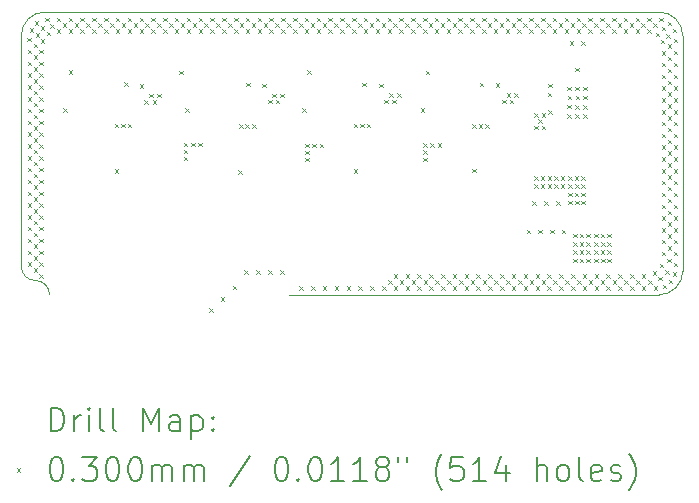
<source format=gbr>
%FSLAX45Y45*%
G04 Gerber Fmt 4.5, Leading zero omitted, Abs format (unit mm)*
G04 Created by KiCad (PCBNEW (5.99.0-12889-g70df3822b5)) date 2021-11-21 20:46:24*
%MOMM*%
%LPD*%
G01*
G04 APERTURE LIST*
%TA.AperFunction,Profile*%
%ADD10C,0.050000*%
%TD*%
%ADD11C,0.200000*%
%ADD12C,0.030000*%
G04 APERTURE END LIST*
D10*
X6400000Y3394062D02*
X1200000Y3394062D01*
X6600062Y3194000D02*
X6600000Y1200000D01*
X3270000Y1000000D02*
X6399938Y999938D01*
X6600062Y3194000D02*
G75*
G03*
X6400000Y3394062I-200062J0D01*
G01*
X1200000Y3394062D02*
G75*
G03*
X999938Y3194000I0J-200062D01*
G01*
X999867Y1240133D02*
G75*
G03*
X1119933Y1120067I120067J0D01*
G01*
X1240000Y1000000D02*
G75*
G03*
X1119933Y1120067I-120067J0D01*
G01*
X6399938Y999938D02*
G75*
G03*
X6600000Y1200000I0J200062D01*
G01*
X999938Y3194000D02*
X999867Y1240133D01*
D11*
D12*
X1052000Y3175000D02*
X1082000Y3145000D01*
X1082000Y3175000D02*
X1052000Y3145000D01*
X1054000Y3074000D02*
X1084000Y3044000D01*
X1084000Y3074000D02*
X1054000Y3044000D01*
X1054000Y2974000D02*
X1084000Y2944000D01*
X1084000Y2974000D02*
X1054000Y2944000D01*
X1054000Y2874000D02*
X1084000Y2844000D01*
X1084000Y2874000D02*
X1054000Y2844000D01*
X1054000Y2774000D02*
X1084000Y2744000D01*
X1084000Y2774000D02*
X1054000Y2744000D01*
X1054000Y2674000D02*
X1084000Y2644000D01*
X1084000Y2674000D02*
X1054000Y2644000D01*
X1054000Y2574000D02*
X1084000Y2544000D01*
X1084000Y2574000D02*
X1054000Y2544000D01*
X1054000Y2474000D02*
X1084000Y2444000D01*
X1084000Y2474000D02*
X1054000Y2444000D01*
X1054000Y2374000D02*
X1084000Y2344000D01*
X1084000Y2374000D02*
X1054000Y2344000D01*
X1054000Y2274000D02*
X1084000Y2244000D01*
X1084000Y2274000D02*
X1054000Y2244000D01*
X1054000Y2174000D02*
X1084000Y2144000D01*
X1084000Y2174000D02*
X1054000Y2144000D01*
X1054000Y2074000D02*
X1084000Y2044000D01*
X1084000Y2074000D02*
X1054000Y2044000D01*
X1054000Y1974000D02*
X1084000Y1944000D01*
X1084000Y1974000D02*
X1054000Y1944000D01*
X1054000Y1874000D02*
X1084000Y1844000D01*
X1084000Y1874000D02*
X1054000Y1844000D01*
X1054000Y1774000D02*
X1084000Y1744000D01*
X1084000Y1774000D02*
X1054000Y1744000D01*
X1054000Y1674000D02*
X1084000Y1644000D01*
X1084000Y1674000D02*
X1054000Y1644000D01*
X1054000Y1574000D02*
X1084000Y1544000D01*
X1084000Y1574000D02*
X1054000Y1544000D01*
X1054000Y1474000D02*
X1084000Y1444000D01*
X1084000Y1474000D02*
X1054000Y1444000D01*
X1054000Y1374000D02*
X1084000Y1344000D01*
X1084000Y1374000D02*
X1054000Y1344000D01*
X1054000Y1274000D02*
X1084000Y1244000D01*
X1084000Y1274000D02*
X1054000Y1244000D01*
X1070000Y3255000D02*
X1100000Y3225000D01*
X1100000Y3255000D02*
X1070000Y3225000D01*
X1104000Y3126000D02*
X1134000Y3096000D01*
X1134000Y3126000D02*
X1104000Y3096000D01*
X1104000Y3026000D02*
X1134000Y2996000D01*
X1134000Y3026000D02*
X1104000Y2996000D01*
X1104000Y2926000D02*
X1134000Y2896000D01*
X1134000Y2926000D02*
X1104000Y2896000D01*
X1104000Y2826000D02*
X1134000Y2796000D01*
X1134000Y2826000D02*
X1104000Y2796000D01*
X1104000Y2726000D02*
X1134000Y2696000D01*
X1134000Y2726000D02*
X1104000Y2696000D01*
X1104000Y2626000D02*
X1134000Y2596000D01*
X1134000Y2626000D02*
X1104000Y2596000D01*
X1104000Y2526000D02*
X1134000Y2496000D01*
X1134000Y2526000D02*
X1104000Y2496000D01*
X1104000Y2426000D02*
X1134000Y2396000D01*
X1134000Y2426000D02*
X1104000Y2396000D01*
X1104000Y2326000D02*
X1134000Y2296000D01*
X1134000Y2326000D02*
X1104000Y2296000D01*
X1104000Y2226000D02*
X1134000Y2196000D01*
X1134000Y2226000D02*
X1104000Y2196000D01*
X1104000Y2126000D02*
X1134000Y2096000D01*
X1134000Y2126000D02*
X1104000Y2096000D01*
X1104000Y2026000D02*
X1134000Y1996000D01*
X1134000Y2026000D02*
X1104000Y1996000D01*
X1104000Y1926000D02*
X1134000Y1896000D01*
X1134000Y1926000D02*
X1104000Y1896000D01*
X1104000Y1826000D02*
X1134000Y1796000D01*
X1134000Y1826000D02*
X1104000Y1796000D01*
X1104000Y1726000D02*
X1134000Y1696000D01*
X1134000Y1726000D02*
X1104000Y1696000D01*
X1104000Y1626000D02*
X1134000Y1596000D01*
X1134000Y1626000D02*
X1104000Y1596000D01*
X1104000Y1526000D02*
X1134000Y1496000D01*
X1134000Y1526000D02*
X1104000Y1496000D01*
X1104000Y1426000D02*
X1134000Y1396000D01*
X1134000Y1426000D02*
X1104000Y1396000D01*
X1104000Y1326000D02*
X1134000Y1296000D01*
X1134000Y1326000D02*
X1104000Y1296000D01*
X1104000Y1224000D02*
X1134000Y1194000D01*
X1134000Y1224000D02*
X1104000Y1194000D01*
X1115000Y3317000D02*
X1145000Y3287000D01*
X1145000Y3317000D02*
X1115000Y3287000D01*
X1121000Y3214000D02*
X1151000Y3184000D01*
X1151000Y3214000D02*
X1121000Y3184000D01*
X1154000Y3074000D02*
X1184000Y3044000D01*
X1184000Y3074000D02*
X1154000Y3044000D01*
X1154000Y2974000D02*
X1184000Y2944000D01*
X1184000Y2974000D02*
X1154000Y2944000D01*
X1154000Y2874000D02*
X1184000Y2844000D01*
X1184000Y2874000D02*
X1154000Y2844000D01*
X1154000Y2774000D02*
X1184000Y2744000D01*
X1184000Y2774000D02*
X1154000Y2744000D01*
X1154000Y2674000D02*
X1184000Y2644000D01*
X1184000Y2674000D02*
X1154000Y2644000D01*
X1154000Y2574000D02*
X1184000Y2544000D01*
X1184000Y2574000D02*
X1154000Y2544000D01*
X1154000Y2474000D02*
X1184000Y2444000D01*
X1184000Y2474000D02*
X1154000Y2444000D01*
X1154000Y2374000D02*
X1184000Y2344000D01*
X1184000Y2374000D02*
X1154000Y2344000D01*
X1154000Y2274000D02*
X1184000Y2244000D01*
X1184000Y2274000D02*
X1154000Y2244000D01*
X1154000Y2174000D02*
X1184000Y2144000D01*
X1184000Y2174000D02*
X1154000Y2144000D01*
X1154000Y2074000D02*
X1184000Y2044000D01*
X1184000Y2074000D02*
X1154000Y2044000D01*
X1154000Y1974000D02*
X1184000Y1944000D01*
X1184000Y1974000D02*
X1154000Y1944000D01*
X1154000Y1874000D02*
X1184000Y1844000D01*
X1184000Y1874000D02*
X1154000Y1844000D01*
X1154000Y1774000D02*
X1184000Y1744000D01*
X1184000Y1774000D02*
X1154000Y1744000D01*
X1154000Y1674000D02*
X1184000Y1644000D01*
X1184000Y1674000D02*
X1154000Y1644000D01*
X1154000Y1574000D02*
X1184000Y1544000D01*
X1184000Y1574000D02*
X1154000Y1544000D01*
X1154000Y1474000D02*
X1184000Y1444000D01*
X1184000Y1474000D02*
X1154000Y1444000D01*
X1154000Y1374000D02*
X1184000Y1344000D01*
X1184000Y1374000D02*
X1154000Y1344000D01*
X1154000Y1274000D02*
X1184000Y1244000D01*
X1184000Y1274000D02*
X1154000Y1244000D01*
X1154000Y1174000D02*
X1184000Y1144000D01*
X1184000Y1174000D02*
X1154000Y1144000D01*
X1163000Y3162000D02*
X1193000Y3132000D01*
X1193000Y3162000D02*
X1163000Y3132000D01*
X1165000Y3272000D02*
X1195000Y3242000D01*
X1195000Y3272000D02*
X1165000Y3242000D01*
X1201000Y3347000D02*
X1231000Y3317000D01*
X1231000Y3347000D02*
X1201000Y3317000D01*
X1214000Y3228000D02*
X1244000Y3198000D01*
X1244000Y3228000D02*
X1214000Y3198000D01*
X1244000Y3292000D02*
X1274000Y3262000D01*
X1274000Y3292000D02*
X1244000Y3262000D01*
X1301000Y3347000D02*
X1331000Y3317000D01*
X1331000Y3347000D02*
X1301000Y3317000D01*
X1301000Y3247000D02*
X1331000Y3217000D01*
X1331000Y3247000D02*
X1301000Y3217000D01*
X1351000Y3297000D02*
X1381000Y3267000D01*
X1381000Y3297000D02*
X1351000Y3267000D01*
X1357000Y2579000D02*
X1387000Y2549000D01*
X1387000Y2579000D02*
X1357000Y2549000D01*
X1401000Y3347000D02*
X1431000Y3317000D01*
X1431000Y3347000D02*
X1401000Y3317000D01*
X1401000Y3247000D02*
X1431000Y3217000D01*
X1431000Y3247000D02*
X1401000Y3217000D01*
X1403000Y2899000D02*
X1433000Y2869000D01*
X1433000Y2899000D02*
X1403000Y2869000D01*
X1451000Y3297000D02*
X1481000Y3267000D01*
X1481000Y3297000D02*
X1451000Y3267000D01*
X1501000Y3347000D02*
X1531000Y3317000D01*
X1531000Y3347000D02*
X1501000Y3317000D01*
X1501000Y3247000D02*
X1531000Y3217000D01*
X1531000Y3247000D02*
X1501000Y3217000D01*
X1551000Y3297000D02*
X1581000Y3267000D01*
X1581000Y3297000D02*
X1551000Y3267000D01*
X1601000Y3347000D02*
X1631000Y3317000D01*
X1631000Y3347000D02*
X1601000Y3317000D01*
X1601000Y3247000D02*
X1631000Y3217000D01*
X1631000Y3247000D02*
X1601000Y3217000D01*
X1651000Y3297000D02*
X1681000Y3267000D01*
X1681000Y3297000D02*
X1651000Y3267000D01*
X1701000Y3347000D02*
X1731000Y3317000D01*
X1731000Y3347000D02*
X1701000Y3317000D01*
X1701000Y3247000D02*
X1731000Y3217000D01*
X1731000Y3247000D02*
X1701000Y3217000D01*
X1751000Y3297000D02*
X1781000Y3267000D01*
X1781000Y3297000D02*
X1751000Y3267000D01*
X1791000Y2062000D02*
X1821000Y2032000D01*
X1821000Y2062000D02*
X1791000Y2032000D01*
X1792000Y2447000D02*
X1822000Y2417000D01*
X1822000Y2447000D02*
X1792000Y2417000D01*
X1801000Y3347000D02*
X1831000Y3317000D01*
X1831000Y3347000D02*
X1801000Y3317000D01*
X1801000Y3247000D02*
X1831000Y3217000D01*
X1831000Y3247000D02*
X1801000Y3217000D01*
X1847000Y2447000D02*
X1877000Y2417000D01*
X1877000Y2447000D02*
X1847000Y2417000D01*
X1851000Y3297000D02*
X1881000Y3267000D01*
X1881000Y3297000D02*
X1851000Y3267000D01*
X1872000Y2799000D02*
X1902000Y2769000D01*
X1902000Y2799000D02*
X1872000Y2769000D01*
X1901000Y3347000D02*
X1931000Y3317000D01*
X1931000Y3347000D02*
X1901000Y3317000D01*
X1901000Y3247000D02*
X1931000Y3217000D01*
X1931000Y3247000D02*
X1901000Y3217000D01*
X1902000Y2447000D02*
X1932000Y2417000D01*
X1932000Y2447000D02*
X1902000Y2417000D01*
X1951000Y3297000D02*
X1981000Y3267000D01*
X1981000Y3297000D02*
X1951000Y3267000D01*
X2001000Y3347000D02*
X2031000Y3317000D01*
X2031000Y3347000D02*
X2001000Y3317000D01*
X2001000Y3247000D02*
X2031000Y3217000D01*
X2031000Y3247000D02*
X2001000Y3217000D01*
X2001000Y2781000D02*
X2031000Y2751000D01*
X2031000Y2781000D02*
X2001000Y2751000D01*
X2043000Y2649000D02*
X2073000Y2619000D01*
X2073000Y2649000D02*
X2043000Y2619000D01*
X2051000Y3297000D02*
X2081000Y3267000D01*
X2081000Y3297000D02*
X2051000Y3267000D01*
X2082000Y2701000D02*
X2112000Y2671000D01*
X2112000Y2701000D02*
X2082000Y2671000D01*
X2101000Y3347000D02*
X2131000Y3317000D01*
X2131000Y3347000D02*
X2101000Y3317000D01*
X2101000Y3247000D02*
X2131000Y3217000D01*
X2131000Y3247000D02*
X2101000Y3217000D01*
X2111000Y2649000D02*
X2141000Y2619000D01*
X2141000Y2649000D02*
X2111000Y2619000D01*
X2149000Y2701000D02*
X2179000Y2671000D01*
X2179000Y2701000D02*
X2149000Y2671000D01*
X2151000Y3297000D02*
X2181000Y3267000D01*
X2181000Y3297000D02*
X2151000Y3267000D01*
X2201000Y3347000D02*
X2231000Y3317000D01*
X2231000Y3347000D02*
X2201000Y3317000D01*
X2201000Y3247000D02*
X2231000Y3217000D01*
X2231000Y3247000D02*
X2201000Y3217000D01*
X2251000Y3297000D02*
X2281000Y3267000D01*
X2281000Y3297000D02*
X2251000Y3267000D01*
X2301000Y3347000D02*
X2331000Y3317000D01*
X2331000Y3347000D02*
X2301000Y3317000D01*
X2301000Y3247000D02*
X2331000Y3217000D01*
X2331000Y3247000D02*
X2301000Y3217000D01*
X2339000Y2896000D02*
X2369000Y2866000D01*
X2369000Y2896000D02*
X2339000Y2866000D01*
X2351000Y3297000D02*
X2381000Y3267000D01*
X2381000Y3297000D02*
X2351000Y3267000D01*
X2377000Y2288000D02*
X2407000Y2258000D01*
X2407000Y2288000D02*
X2377000Y2258000D01*
X2377000Y2228000D02*
X2407000Y2198000D01*
X2407000Y2228000D02*
X2377000Y2198000D01*
X2377000Y2168000D02*
X2407000Y2138000D01*
X2407000Y2168000D02*
X2377000Y2138000D01*
X2390000Y2578000D02*
X2420000Y2548000D01*
X2420000Y2578000D02*
X2390000Y2548000D01*
X2401000Y3347000D02*
X2431000Y3317000D01*
X2431000Y3347000D02*
X2401000Y3317000D01*
X2401000Y3247000D02*
X2431000Y3217000D01*
X2431000Y3247000D02*
X2401000Y3217000D01*
X2437000Y2288000D02*
X2467000Y2258000D01*
X2467000Y2288000D02*
X2437000Y2258000D01*
X2451000Y3297000D02*
X2481000Y3267000D01*
X2481000Y3297000D02*
X2451000Y3267000D01*
X2498000Y2288000D02*
X2528000Y2258000D01*
X2528000Y2288000D02*
X2498000Y2258000D01*
X2501000Y3347000D02*
X2531000Y3317000D01*
X2531000Y3347000D02*
X2501000Y3317000D01*
X2501000Y3247000D02*
X2531000Y3217000D01*
X2531000Y3247000D02*
X2501000Y3217000D01*
X2551000Y3297000D02*
X2581000Y3267000D01*
X2581000Y3297000D02*
X2551000Y3267000D01*
X2590000Y884000D02*
X2620000Y854000D01*
X2620000Y884000D02*
X2590000Y854000D01*
X2601000Y3347000D02*
X2631000Y3317000D01*
X2631000Y3347000D02*
X2601000Y3317000D01*
X2601000Y3247000D02*
X2631000Y3217000D01*
X2631000Y3247000D02*
X2601000Y3217000D01*
X2651000Y3297000D02*
X2681000Y3267000D01*
X2681000Y3297000D02*
X2651000Y3267000D01*
X2690000Y978000D02*
X2720000Y948000D01*
X2720000Y978000D02*
X2690000Y948000D01*
X2701000Y3347000D02*
X2731000Y3317000D01*
X2731000Y3347000D02*
X2701000Y3317000D01*
X2701000Y3247000D02*
X2731000Y3217000D01*
X2731000Y3247000D02*
X2701000Y3217000D01*
X2751000Y3297000D02*
X2781000Y3267000D01*
X2781000Y3297000D02*
X2751000Y3267000D01*
X2789333Y1076000D02*
X2819333Y1046000D01*
X2819333Y1076000D02*
X2789333Y1046000D01*
X2801000Y3347000D02*
X2831000Y3317000D01*
X2831000Y3347000D02*
X2801000Y3317000D01*
X2801000Y3247000D02*
X2831000Y3217000D01*
X2831000Y3247000D02*
X2801000Y3217000D01*
X2836000Y2056000D02*
X2866000Y2026000D01*
X2866000Y2056000D02*
X2836000Y2026000D01*
X2843000Y2445000D02*
X2873000Y2415000D01*
X2873000Y2445000D02*
X2843000Y2415000D01*
X2851000Y3297000D02*
X2881000Y3267000D01*
X2881000Y3297000D02*
X2851000Y3267000D01*
X2889500Y1209500D02*
X2919500Y1179500D01*
X2919500Y1209500D02*
X2889500Y1179500D01*
X2898000Y2445000D02*
X2928000Y2415000D01*
X2928000Y2445000D02*
X2898000Y2415000D01*
X2901000Y3347000D02*
X2931000Y3317000D01*
X2931000Y3347000D02*
X2901000Y3317000D01*
X2901000Y3247000D02*
X2931000Y3217000D01*
X2931000Y3247000D02*
X2901000Y3217000D01*
X2903000Y2794000D02*
X2933000Y2764000D01*
X2933000Y2794000D02*
X2903000Y2764000D01*
X2951000Y3297000D02*
X2981000Y3267000D01*
X2981000Y3297000D02*
X2951000Y3267000D01*
X2953000Y2445000D02*
X2983000Y2415000D01*
X2983000Y2445000D02*
X2953000Y2415000D01*
X2989666Y1209500D02*
X3019666Y1179500D01*
X3019666Y1209500D02*
X2989666Y1179500D01*
X3001000Y3347000D02*
X3031000Y3317000D01*
X3031000Y3347000D02*
X3001000Y3317000D01*
X3001000Y3247000D02*
X3031000Y3217000D01*
X3031000Y3247000D02*
X3001000Y3217000D01*
X3038000Y2787000D02*
X3068000Y2757000D01*
X3068000Y2787000D02*
X3038000Y2757000D01*
X3051000Y3297000D02*
X3081000Y3267000D01*
X3081000Y3297000D02*
X3051000Y3267000D01*
X3089000Y2652000D02*
X3119000Y2622000D01*
X3119000Y2652000D02*
X3089000Y2622000D01*
X3089833Y1209500D02*
X3119833Y1179500D01*
X3119833Y1209500D02*
X3089833Y1179500D01*
X3101000Y3347000D02*
X3131000Y3317000D01*
X3131000Y3347000D02*
X3101000Y3317000D01*
X3101000Y3247000D02*
X3131000Y3217000D01*
X3131000Y3247000D02*
X3101000Y3217000D01*
X3126000Y2701000D02*
X3156000Y2671000D01*
X3156000Y2701000D02*
X3126000Y2671000D01*
X3151000Y3297000D02*
X3181000Y3267000D01*
X3181000Y3297000D02*
X3151000Y3267000D01*
X3154000Y2652000D02*
X3184000Y2622000D01*
X3184000Y2652000D02*
X3154000Y2622000D01*
X3191000Y2701000D02*
X3221000Y2671000D01*
X3221000Y2701000D02*
X3191000Y2671000D01*
X3191000Y1209500D02*
X3221000Y1179500D01*
X3221000Y1209500D02*
X3191000Y1179500D01*
X3201000Y3347000D02*
X3231000Y3317000D01*
X3231000Y3347000D02*
X3201000Y3317000D01*
X3201000Y3247000D02*
X3231000Y3217000D01*
X3231000Y3247000D02*
X3201000Y3217000D01*
X3251000Y3297000D02*
X3281000Y3267000D01*
X3281000Y3297000D02*
X3251000Y3267000D01*
X3301000Y3347000D02*
X3331000Y3317000D01*
X3331000Y3347000D02*
X3301000Y3317000D01*
X3301000Y3247000D02*
X3331000Y3217000D01*
X3331000Y3247000D02*
X3301000Y3217000D01*
X3351000Y3297000D02*
X3381000Y3267000D01*
X3381000Y3297000D02*
X3351000Y3267000D01*
X3354000Y1074000D02*
X3384000Y1044000D01*
X3384000Y1074000D02*
X3354000Y1044000D01*
X3378000Y2579000D02*
X3408000Y2549000D01*
X3408000Y2579000D02*
X3378000Y2549000D01*
X3401000Y3347000D02*
X3431000Y3317000D01*
X3431000Y3347000D02*
X3401000Y3317000D01*
X3401000Y3247000D02*
X3431000Y3217000D01*
X3431000Y3247000D02*
X3401000Y3217000D01*
X3405000Y2279000D02*
X3435000Y2249000D01*
X3435000Y2279000D02*
X3405000Y2249000D01*
X3405000Y2219000D02*
X3435000Y2189000D01*
X3435000Y2219000D02*
X3405000Y2189000D01*
X3405000Y2159000D02*
X3435000Y2129000D01*
X3435000Y2159000D02*
X3405000Y2129000D01*
X3423000Y2902000D02*
X3453000Y2872000D01*
X3453000Y2902000D02*
X3423000Y2872000D01*
X3451000Y3297000D02*
X3481000Y3267000D01*
X3481000Y3297000D02*
X3451000Y3267000D01*
X3454000Y1074000D02*
X3484000Y1044000D01*
X3484000Y1074000D02*
X3454000Y1044000D01*
X3465000Y2279000D02*
X3495000Y2249000D01*
X3495000Y2279000D02*
X3465000Y2249000D01*
X3501000Y3347000D02*
X3531000Y3317000D01*
X3531000Y3347000D02*
X3501000Y3317000D01*
X3501000Y3247000D02*
X3531000Y3217000D01*
X3531000Y3247000D02*
X3501000Y3217000D01*
X3526000Y2279000D02*
X3556000Y2249000D01*
X3556000Y2279000D02*
X3526000Y2249000D01*
X3551000Y3297000D02*
X3581000Y3267000D01*
X3581000Y3297000D02*
X3551000Y3267000D01*
X3554000Y1074000D02*
X3584000Y1044000D01*
X3584000Y1074000D02*
X3554000Y1044000D01*
X3601000Y3347000D02*
X3631000Y3317000D01*
X3631000Y3347000D02*
X3601000Y3317000D01*
X3601000Y3247000D02*
X3631000Y3217000D01*
X3631000Y3247000D02*
X3601000Y3217000D01*
X3651000Y3297000D02*
X3681000Y3267000D01*
X3681000Y3297000D02*
X3651000Y3267000D01*
X3654000Y1074000D02*
X3684000Y1044000D01*
X3684000Y1074000D02*
X3654000Y1044000D01*
X3701000Y3347000D02*
X3731000Y3317000D01*
X3731000Y3347000D02*
X3701000Y3317000D01*
X3701000Y3247000D02*
X3731000Y3217000D01*
X3731000Y3247000D02*
X3701000Y3217000D01*
X3751000Y3297000D02*
X3781000Y3267000D01*
X3781000Y3297000D02*
X3751000Y3267000D01*
X3754000Y1074000D02*
X3784000Y1044000D01*
X3784000Y1074000D02*
X3754000Y1044000D01*
X3801000Y3347000D02*
X3831000Y3317000D01*
X3831000Y3347000D02*
X3801000Y3317000D01*
X3801000Y3247000D02*
X3831000Y3217000D01*
X3831000Y3247000D02*
X3801000Y3217000D01*
X3815000Y2447000D02*
X3845000Y2417000D01*
X3845000Y2447000D02*
X3815000Y2417000D01*
X3816000Y2062000D02*
X3846000Y2032000D01*
X3846000Y2062000D02*
X3816000Y2032000D01*
X3851000Y3297000D02*
X3881000Y3267000D01*
X3881000Y3297000D02*
X3851000Y3267000D01*
X3854000Y1074000D02*
X3884000Y1044000D01*
X3884000Y1074000D02*
X3854000Y1044000D01*
X3870000Y2447000D02*
X3900000Y2417000D01*
X3900000Y2447000D02*
X3870000Y2417000D01*
X3888000Y2795000D02*
X3918000Y2765000D01*
X3918000Y2795000D02*
X3888000Y2765000D01*
X3901000Y3347000D02*
X3931000Y3317000D01*
X3931000Y3347000D02*
X3901000Y3317000D01*
X3901000Y3247000D02*
X3931000Y3217000D01*
X3931000Y3247000D02*
X3901000Y3217000D01*
X3925000Y2447000D02*
X3955000Y2417000D01*
X3955000Y2447000D02*
X3925000Y2417000D01*
X3951000Y3297000D02*
X3981000Y3267000D01*
X3981000Y3297000D02*
X3951000Y3267000D01*
X3954000Y1074000D02*
X3984000Y1044000D01*
X3984000Y1074000D02*
X3954000Y1044000D01*
X4001000Y3347000D02*
X4031000Y3317000D01*
X4031000Y3347000D02*
X4001000Y3317000D01*
X4001000Y3247000D02*
X4031000Y3217000D01*
X4031000Y3247000D02*
X4001000Y3217000D01*
X4032000Y2788000D02*
X4062000Y2758000D01*
X4062000Y2788000D02*
X4032000Y2758000D01*
X4051000Y3297000D02*
X4081000Y3267000D01*
X4081000Y3297000D02*
X4051000Y3267000D01*
X4054000Y1074000D02*
X4084000Y1044000D01*
X4084000Y1074000D02*
X4054000Y1044000D01*
X4073000Y2653000D02*
X4103000Y2623000D01*
X4103000Y2653000D02*
X4073000Y2623000D01*
X4101000Y3347000D02*
X4131000Y3317000D01*
X4131000Y3347000D02*
X4101000Y3317000D01*
X4101000Y3247000D02*
X4131000Y3217000D01*
X4131000Y3247000D02*
X4101000Y3217000D01*
X4106000Y1123000D02*
X4136000Y1093000D01*
X4136000Y1123000D02*
X4106000Y1093000D01*
X4113000Y2706000D02*
X4143000Y2676000D01*
X4143000Y2706000D02*
X4113000Y2676000D01*
X4142000Y2653000D02*
X4172000Y2623000D01*
X4172000Y2653000D02*
X4142000Y2623000D01*
X4151000Y3297000D02*
X4181000Y3267000D01*
X4181000Y3297000D02*
X4151000Y3267000D01*
X4154000Y1174000D02*
X4184000Y1144000D01*
X4184000Y1174000D02*
X4154000Y1144000D01*
X4154000Y1074000D02*
X4184000Y1044000D01*
X4184000Y1074000D02*
X4154000Y1044000D01*
X4182000Y2706000D02*
X4212000Y2676000D01*
X4212000Y2706000D02*
X4182000Y2676000D01*
X4201000Y3347000D02*
X4231000Y3317000D01*
X4231000Y3347000D02*
X4201000Y3317000D01*
X4201000Y3247000D02*
X4231000Y3217000D01*
X4231000Y3247000D02*
X4201000Y3217000D01*
X4206000Y1123000D02*
X4236000Y1093000D01*
X4236000Y1123000D02*
X4206000Y1093000D01*
X4251000Y3297000D02*
X4281000Y3267000D01*
X4281000Y3297000D02*
X4251000Y3267000D01*
X4254000Y1174000D02*
X4284000Y1144000D01*
X4284000Y1174000D02*
X4254000Y1144000D01*
X4254000Y1074000D02*
X4284000Y1044000D01*
X4284000Y1074000D02*
X4254000Y1044000D01*
X4301000Y3347000D02*
X4331000Y3317000D01*
X4331000Y3347000D02*
X4301000Y3317000D01*
X4301000Y3247000D02*
X4331000Y3217000D01*
X4331000Y3247000D02*
X4301000Y3217000D01*
X4306000Y1123000D02*
X4336000Y1093000D01*
X4336000Y1123000D02*
X4306000Y1093000D01*
X4351000Y3297000D02*
X4381000Y3267000D01*
X4381000Y3297000D02*
X4351000Y3267000D01*
X4354000Y1174000D02*
X4384000Y1144000D01*
X4384000Y1174000D02*
X4354000Y1144000D01*
X4354000Y1074000D02*
X4384000Y1044000D01*
X4384000Y1074000D02*
X4354000Y1044000D01*
X4380000Y2579000D02*
X4410000Y2549000D01*
X4410000Y2579000D02*
X4380000Y2549000D01*
X4401000Y3347000D02*
X4431000Y3317000D01*
X4431000Y3347000D02*
X4401000Y3317000D01*
X4401000Y3247000D02*
X4431000Y3217000D01*
X4431000Y3247000D02*
X4401000Y3217000D01*
X4404000Y2282000D02*
X4434000Y2252000D01*
X4434000Y2282000D02*
X4404000Y2252000D01*
X4404000Y2222000D02*
X4434000Y2192000D01*
X4434000Y2222000D02*
X4404000Y2192000D01*
X4404000Y2162000D02*
X4434000Y2132000D01*
X4434000Y2162000D02*
X4404000Y2132000D01*
X4406000Y1123000D02*
X4436000Y1093000D01*
X4436000Y1123000D02*
X4406000Y1093000D01*
X4426000Y2898000D02*
X4456000Y2868000D01*
X4456000Y2898000D02*
X4426000Y2868000D01*
X4451000Y3297000D02*
X4481000Y3267000D01*
X4481000Y3297000D02*
X4451000Y3267000D01*
X4454000Y1174000D02*
X4484000Y1144000D01*
X4484000Y1174000D02*
X4454000Y1144000D01*
X4454000Y1074000D02*
X4484000Y1044000D01*
X4484000Y1074000D02*
X4454000Y1044000D01*
X4464000Y2282000D02*
X4494000Y2252000D01*
X4494000Y2282000D02*
X4464000Y2252000D01*
X4501000Y3347000D02*
X4531000Y3317000D01*
X4531000Y3347000D02*
X4501000Y3317000D01*
X4501000Y3247000D02*
X4531000Y3217000D01*
X4531000Y3247000D02*
X4501000Y3217000D01*
X4506000Y1123000D02*
X4536000Y1093000D01*
X4536000Y1123000D02*
X4506000Y1093000D01*
X4525000Y2282000D02*
X4555000Y2252000D01*
X4555000Y2282000D02*
X4525000Y2252000D01*
X4551000Y3297000D02*
X4581000Y3267000D01*
X4581000Y3297000D02*
X4551000Y3267000D01*
X4554000Y1174000D02*
X4584000Y1144000D01*
X4584000Y1174000D02*
X4554000Y1144000D01*
X4554000Y1074000D02*
X4584000Y1044000D01*
X4584000Y1074000D02*
X4554000Y1044000D01*
X4601000Y3347000D02*
X4631000Y3317000D01*
X4631000Y3347000D02*
X4601000Y3317000D01*
X4601000Y3247000D02*
X4631000Y3217000D01*
X4631000Y3247000D02*
X4601000Y3217000D01*
X4606000Y1123000D02*
X4636000Y1093000D01*
X4636000Y1123000D02*
X4606000Y1093000D01*
X4651000Y3297000D02*
X4681000Y3267000D01*
X4681000Y3297000D02*
X4651000Y3267000D01*
X4654000Y1174000D02*
X4684000Y1144000D01*
X4684000Y1174000D02*
X4654000Y1144000D01*
X4654000Y1074000D02*
X4684000Y1044000D01*
X4684000Y1074000D02*
X4654000Y1044000D01*
X4701000Y3347000D02*
X4731000Y3317000D01*
X4731000Y3347000D02*
X4701000Y3317000D01*
X4701000Y3247000D02*
X4731000Y3217000D01*
X4731000Y3247000D02*
X4701000Y3217000D01*
X4706000Y1123000D02*
X4736000Y1093000D01*
X4736000Y1123000D02*
X4706000Y1093000D01*
X4751000Y3297000D02*
X4781000Y3267000D01*
X4781000Y3297000D02*
X4751000Y3267000D01*
X4754000Y1174000D02*
X4784000Y1144000D01*
X4784000Y1174000D02*
X4754000Y1144000D01*
X4754000Y1074000D02*
X4784000Y1044000D01*
X4784000Y1074000D02*
X4754000Y1044000D01*
X4801000Y3347000D02*
X4831000Y3317000D01*
X4831000Y3347000D02*
X4801000Y3317000D01*
X4801000Y3247000D02*
X4831000Y3217000D01*
X4831000Y3247000D02*
X4801000Y3217000D01*
X4806000Y1123000D02*
X4836000Y1093000D01*
X4836000Y1123000D02*
X4806000Y1093000D01*
X4816000Y2068000D02*
X4846000Y2038000D01*
X4846000Y2068000D02*
X4816000Y2038000D01*
X4818000Y2446000D02*
X4848000Y2416000D01*
X4848000Y2446000D02*
X4818000Y2416000D01*
X4851000Y3297000D02*
X4881000Y3267000D01*
X4881000Y3297000D02*
X4851000Y3267000D01*
X4854000Y1174000D02*
X4884000Y1144000D01*
X4884000Y1174000D02*
X4854000Y1144000D01*
X4854000Y1074000D02*
X4884000Y1044000D01*
X4884000Y1074000D02*
X4854000Y1044000D01*
X4873000Y2446000D02*
X4903000Y2416000D01*
X4903000Y2446000D02*
X4873000Y2416000D01*
X4883000Y2795000D02*
X4913000Y2765000D01*
X4913000Y2795000D02*
X4883000Y2765000D01*
X4901000Y3347000D02*
X4931000Y3317000D01*
X4931000Y3347000D02*
X4901000Y3317000D01*
X4901000Y3247000D02*
X4931000Y3217000D01*
X4931000Y3247000D02*
X4901000Y3217000D01*
X4906000Y1123000D02*
X4936000Y1093000D01*
X4936000Y1123000D02*
X4906000Y1093000D01*
X4928000Y2446000D02*
X4958000Y2416000D01*
X4958000Y2446000D02*
X4928000Y2416000D01*
X4951000Y3297000D02*
X4981000Y3267000D01*
X4981000Y3297000D02*
X4951000Y3267000D01*
X4954000Y1174000D02*
X4984000Y1144000D01*
X4984000Y1174000D02*
X4954000Y1144000D01*
X4954000Y1074000D02*
X4984000Y1044000D01*
X4984000Y1074000D02*
X4954000Y1044000D01*
X5001000Y3347000D02*
X5031000Y3317000D01*
X5031000Y3347000D02*
X5001000Y3317000D01*
X5001000Y3247000D02*
X5031000Y3217000D01*
X5031000Y3247000D02*
X5001000Y3217000D01*
X5006000Y1123000D02*
X5036000Y1093000D01*
X5036000Y1123000D02*
X5006000Y1093000D01*
X5017000Y2793000D02*
X5047000Y2763000D01*
X5047000Y2793000D02*
X5017000Y2763000D01*
X5051000Y3297000D02*
X5081000Y3267000D01*
X5081000Y3297000D02*
X5051000Y3267000D01*
X5054000Y1174000D02*
X5084000Y1144000D01*
X5084000Y1174000D02*
X5054000Y1144000D01*
X5054000Y1074000D02*
X5084000Y1044000D01*
X5084000Y1074000D02*
X5054000Y1044000D01*
X5071000Y2653000D02*
X5101000Y2623000D01*
X5101000Y2653000D02*
X5071000Y2623000D01*
X5101000Y3347000D02*
X5131000Y3317000D01*
X5131000Y3347000D02*
X5101000Y3317000D01*
X5101000Y3247000D02*
X5131000Y3217000D01*
X5131000Y3247000D02*
X5101000Y3217000D01*
X5106000Y1123000D02*
X5136000Y1093000D01*
X5136000Y1123000D02*
X5106000Y1093000D01*
X5111000Y2705000D02*
X5141000Y2675000D01*
X5141000Y2705000D02*
X5111000Y2675000D01*
X5135000Y2653000D02*
X5165000Y2623000D01*
X5165000Y2653000D02*
X5135000Y2623000D01*
X5151000Y3297000D02*
X5181000Y3267000D01*
X5181000Y3297000D02*
X5151000Y3267000D01*
X5154000Y1174000D02*
X5184000Y1144000D01*
X5184000Y1174000D02*
X5154000Y1144000D01*
X5154000Y1074000D02*
X5184000Y1044000D01*
X5184000Y1074000D02*
X5154000Y1044000D01*
X5175000Y2705000D02*
X5205000Y2675000D01*
X5205000Y2705000D02*
X5175000Y2675000D01*
X5201000Y3347000D02*
X5231000Y3317000D01*
X5231000Y3347000D02*
X5201000Y3317000D01*
X5201000Y3247000D02*
X5231000Y3217000D01*
X5231000Y3247000D02*
X5201000Y3217000D01*
X5206000Y1123000D02*
X5236000Y1093000D01*
X5236000Y1123000D02*
X5206000Y1093000D01*
X5251000Y3297000D02*
X5281000Y3267000D01*
X5281000Y3297000D02*
X5251000Y3267000D01*
X5254000Y1174000D02*
X5284000Y1144000D01*
X5284000Y1174000D02*
X5254000Y1144000D01*
X5254000Y1074000D02*
X5284000Y1044000D01*
X5284000Y1074000D02*
X5254000Y1044000D01*
X5277500Y1550000D02*
X5307500Y1520000D01*
X5307500Y1550000D02*
X5277500Y1520000D01*
X5301000Y3347000D02*
X5331000Y3317000D01*
X5331000Y3347000D02*
X5301000Y3317000D01*
X5301000Y3247000D02*
X5331000Y3217000D01*
X5331000Y3247000D02*
X5301000Y3217000D01*
X5306000Y1123000D02*
X5336000Y1093000D01*
X5336000Y1123000D02*
X5306000Y1093000D01*
X5327000Y1793500D02*
X5357000Y1763500D01*
X5357000Y1793500D02*
X5327000Y1763500D01*
X5343000Y2537000D02*
X5373000Y2507000D01*
X5373000Y2537000D02*
X5343000Y2507000D01*
X5343000Y2004500D02*
X5373000Y1974500D01*
X5373000Y2004500D02*
X5343000Y1974500D01*
X5344000Y1934500D02*
X5374000Y1904500D01*
X5374000Y1934500D02*
X5344000Y1904500D01*
X5345000Y2430000D02*
X5375000Y2400000D01*
X5375000Y2430000D02*
X5345000Y2400000D01*
X5351000Y3297000D02*
X5381000Y3267000D01*
X5381000Y3297000D02*
X5351000Y3267000D01*
X5354000Y1174000D02*
X5384000Y1144000D01*
X5384000Y1174000D02*
X5354000Y1144000D01*
X5354000Y1074000D02*
X5384000Y1044000D01*
X5384000Y1074000D02*
X5354000Y1044000D01*
X5376000Y2484000D02*
X5406000Y2454000D01*
X5406000Y2484000D02*
X5376000Y2454000D01*
X5377000Y1549500D02*
X5407000Y1519500D01*
X5407000Y1549500D02*
X5377000Y1519500D01*
X5398000Y2004500D02*
X5428000Y1974500D01*
X5428000Y2004500D02*
X5398000Y1974500D01*
X5399000Y1934500D02*
X5429000Y1904500D01*
X5429000Y1934500D02*
X5399000Y1904500D01*
X5401000Y3347000D02*
X5431000Y3317000D01*
X5431000Y3347000D02*
X5401000Y3317000D01*
X5401000Y3247000D02*
X5431000Y3217000D01*
X5431000Y3247000D02*
X5401000Y3217000D01*
X5405000Y2537000D02*
X5435000Y2507000D01*
X5435000Y2537000D02*
X5405000Y2507000D01*
X5405000Y2430000D02*
X5435000Y2400000D01*
X5435000Y2430000D02*
X5405000Y2400000D01*
X5406000Y1123000D02*
X5436000Y1093000D01*
X5436000Y1123000D02*
X5406000Y1093000D01*
X5427000Y1793500D02*
X5457000Y1763500D01*
X5457000Y1793500D02*
X5427000Y1763500D01*
X5451000Y3297000D02*
X5481000Y3267000D01*
X5481000Y3297000D02*
X5451000Y3267000D01*
X5454000Y1174000D02*
X5484000Y1144000D01*
X5484000Y1174000D02*
X5454000Y1144000D01*
X5454000Y1074000D02*
X5484000Y1044000D01*
X5484000Y1074000D02*
X5454000Y1044000D01*
X5458000Y2004500D02*
X5488000Y1974500D01*
X5488000Y2004500D02*
X5458000Y1974500D01*
X5459000Y2709000D02*
X5489000Y2679000D01*
X5489000Y2709000D02*
X5459000Y2679000D01*
X5459000Y1934500D02*
X5489000Y1904500D01*
X5489000Y1934500D02*
X5459000Y1904500D01*
X5460000Y2785000D02*
X5490000Y2755000D01*
X5490000Y2785000D02*
X5460000Y2755000D01*
X5462000Y2561000D02*
X5492000Y2531000D01*
X5492000Y2561000D02*
X5462000Y2531000D01*
X5477000Y1549500D02*
X5507000Y1519500D01*
X5507000Y1549500D02*
X5477000Y1519500D01*
X5501000Y3347000D02*
X5531000Y3317000D01*
X5531000Y3347000D02*
X5501000Y3317000D01*
X5501000Y3247000D02*
X5531000Y3217000D01*
X5531000Y3247000D02*
X5501000Y3217000D01*
X5506000Y1123000D02*
X5536000Y1093000D01*
X5536000Y1123000D02*
X5506000Y1093000D01*
X5513000Y2004500D02*
X5543000Y1974500D01*
X5543000Y2004500D02*
X5513000Y1974500D01*
X5514000Y1934500D02*
X5544000Y1904500D01*
X5544000Y1934500D02*
X5514000Y1904500D01*
X5527000Y1793500D02*
X5557000Y1763500D01*
X5557000Y1793500D02*
X5527000Y1763500D01*
X5551000Y3297000D02*
X5581000Y3267000D01*
X5581000Y3297000D02*
X5551000Y3267000D01*
X5554000Y1174000D02*
X5584000Y1144000D01*
X5584000Y1174000D02*
X5554000Y1144000D01*
X5554000Y1074000D02*
X5584000Y1044000D01*
X5584000Y1074000D02*
X5554000Y1044000D01*
X5568000Y2004500D02*
X5598000Y1974500D01*
X5598000Y2004500D02*
X5568000Y1974500D01*
X5569000Y1934500D02*
X5599000Y1904500D01*
X5599000Y1934500D02*
X5569000Y1904500D01*
X5577000Y1549500D02*
X5607000Y1519500D01*
X5607000Y1549500D02*
X5577000Y1519500D01*
X5601000Y3347000D02*
X5631000Y3317000D01*
X5631000Y3347000D02*
X5601000Y3317000D01*
X5601000Y3247000D02*
X5631000Y3217000D01*
X5631000Y3247000D02*
X5601000Y3217000D01*
X5606000Y1123000D02*
X5636000Y1093000D01*
X5636000Y1123000D02*
X5606000Y1093000D01*
X5624000Y2530000D02*
X5654000Y2500000D01*
X5654000Y2530000D02*
X5624000Y2500000D01*
X5624000Y2763000D02*
X5654000Y2733000D01*
X5654000Y2763000D02*
X5624000Y2733000D01*
X5624000Y2607667D02*
X5654000Y2577667D01*
X5654000Y2607667D02*
X5624000Y2577667D01*
X5625000Y2685333D02*
X5655000Y2655333D01*
X5655000Y2685333D02*
X5625000Y2655333D01*
X5632000Y2004500D02*
X5662000Y1974500D01*
X5662000Y2004500D02*
X5632000Y1974500D01*
X5632000Y1865500D02*
X5662000Y1835500D01*
X5662000Y1865500D02*
X5632000Y1835500D01*
X5633000Y1934500D02*
X5663000Y1904500D01*
X5663000Y1934500D02*
X5633000Y1904500D01*
X5633000Y1795500D02*
X5663000Y1765500D01*
X5663000Y1795500D02*
X5633000Y1765500D01*
X5645000Y3145000D02*
X5675000Y3115000D01*
X5675000Y3145000D02*
X5645000Y3115000D01*
X5651000Y3297000D02*
X5681000Y3267000D01*
X5681000Y3297000D02*
X5651000Y3267000D01*
X5654000Y1174000D02*
X5684000Y1144000D01*
X5684000Y1174000D02*
X5654000Y1144000D01*
X5654000Y1074000D02*
X5684000Y1044000D01*
X5684000Y1074000D02*
X5654000Y1044000D01*
X5672000Y1515500D02*
X5702000Y1485500D01*
X5702000Y1515500D02*
X5672000Y1485500D01*
X5672000Y1375500D02*
X5702000Y1345500D01*
X5702000Y1375500D02*
X5672000Y1345500D01*
X5673000Y1445500D02*
X5703000Y1415500D01*
X5703000Y1445500D02*
X5673000Y1415500D01*
X5673000Y1305500D02*
X5703000Y1275500D01*
X5703000Y1305500D02*
X5673000Y1275500D01*
X5687000Y2004500D02*
X5717000Y1974500D01*
X5717000Y2004500D02*
X5687000Y1974500D01*
X5687000Y1865500D02*
X5717000Y1835500D01*
X5717000Y1865500D02*
X5687000Y1835500D01*
X5688000Y1934500D02*
X5718000Y1904500D01*
X5718000Y1934500D02*
X5688000Y1904500D01*
X5688000Y1795500D02*
X5718000Y1765500D01*
X5718000Y1795500D02*
X5688000Y1765500D01*
X5691000Y2921000D02*
X5721000Y2891000D01*
X5721000Y2921000D02*
X5691000Y2891000D01*
X5691500Y2762000D02*
X5721500Y2732000D01*
X5721500Y2762000D02*
X5691500Y2732000D01*
X5691500Y2606667D02*
X5721500Y2576667D01*
X5721500Y2606667D02*
X5691500Y2576667D01*
X5691500Y2529000D02*
X5721500Y2499000D01*
X5721500Y2529000D02*
X5691500Y2499000D01*
X5692500Y2684333D02*
X5722500Y2654333D01*
X5722500Y2684333D02*
X5692500Y2654333D01*
X5701000Y3347000D02*
X5731000Y3317000D01*
X5731000Y3347000D02*
X5701000Y3317000D01*
X5701000Y3247000D02*
X5731000Y3217000D01*
X5731000Y3247000D02*
X5701000Y3217000D01*
X5706000Y1123000D02*
X5736000Y1093000D01*
X5736000Y1123000D02*
X5706000Y1093000D01*
X5727000Y1515500D02*
X5757000Y1485500D01*
X5757000Y1515500D02*
X5727000Y1485500D01*
X5727000Y1375500D02*
X5757000Y1345500D01*
X5757000Y1375500D02*
X5727000Y1345500D01*
X5728000Y1445500D02*
X5758000Y1415500D01*
X5758000Y1445500D02*
X5728000Y1415500D01*
X5728000Y1305500D02*
X5758000Y1275500D01*
X5758000Y1305500D02*
X5728000Y1275500D01*
X5741000Y3145000D02*
X5771000Y3115000D01*
X5771000Y3145000D02*
X5741000Y3115000D01*
X5742000Y2004500D02*
X5772000Y1974500D01*
X5772000Y2004500D02*
X5742000Y1974500D01*
X5742000Y1865500D02*
X5772000Y1835500D01*
X5772000Y1865500D02*
X5742000Y1835500D01*
X5743000Y1934500D02*
X5773000Y1904500D01*
X5773000Y1934500D02*
X5743000Y1904500D01*
X5743000Y1795500D02*
X5773000Y1765500D01*
X5773000Y1795500D02*
X5743000Y1765500D01*
X5751000Y3297000D02*
X5781000Y3267000D01*
X5781000Y3297000D02*
X5751000Y3267000D01*
X5754000Y1174000D02*
X5784000Y1144000D01*
X5784000Y1174000D02*
X5754000Y1144000D01*
X5754000Y1074000D02*
X5784000Y1044000D01*
X5784000Y1074000D02*
X5754000Y1044000D01*
X5759000Y2762000D02*
X5789000Y2732000D01*
X5789000Y2762000D02*
X5759000Y2732000D01*
X5759000Y2606667D02*
X5789000Y2576667D01*
X5789000Y2606667D02*
X5759000Y2576667D01*
X5759000Y2529000D02*
X5789000Y2499000D01*
X5789000Y2529000D02*
X5759000Y2499000D01*
X5760000Y2684333D02*
X5790000Y2654333D01*
X5790000Y2684333D02*
X5760000Y2654333D01*
X5782000Y1515500D02*
X5812000Y1485500D01*
X5812000Y1515500D02*
X5782000Y1485500D01*
X5782000Y1375500D02*
X5812000Y1345500D01*
X5812000Y1375500D02*
X5782000Y1345500D01*
X5783000Y1445500D02*
X5813000Y1415500D01*
X5813000Y1445500D02*
X5783000Y1415500D01*
X5783000Y1305500D02*
X5813000Y1275500D01*
X5813000Y1305500D02*
X5783000Y1275500D01*
X5801000Y3347000D02*
X5831000Y3317000D01*
X5831000Y3347000D02*
X5801000Y3317000D01*
X5801000Y3247000D02*
X5831000Y3217000D01*
X5831000Y3247000D02*
X5801000Y3217000D01*
X5806000Y1123000D02*
X5836000Y1093000D01*
X5836000Y1123000D02*
X5806000Y1093000D01*
X5851000Y3297000D02*
X5881000Y3267000D01*
X5881000Y3297000D02*
X5851000Y3267000D01*
X5852000Y1515500D02*
X5882000Y1485500D01*
X5882000Y1515500D02*
X5852000Y1485500D01*
X5852000Y1375500D02*
X5882000Y1345500D01*
X5882000Y1375500D02*
X5852000Y1345500D01*
X5853000Y1445500D02*
X5883000Y1415500D01*
X5883000Y1445500D02*
X5853000Y1415500D01*
X5853000Y1305500D02*
X5883000Y1275500D01*
X5883000Y1305500D02*
X5853000Y1275500D01*
X5854000Y1174000D02*
X5884000Y1144000D01*
X5884000Y1174000D02*
X5854000Y1144000D01*
X5854000Y1074000D02*
X5884000Y1044000D01*
X5884000Y1074000D02*
X5854000Y1044000D01*
X5901000Y3347000D02*
X5931000Y3317000D01*
X5931000Y3347000D02*
X5901000Y3317000D01*
X5901000Y3247000D02*
X5931000Y3217000D01*
X5931000Y3247000D02*
X5901000Y3217000D01*
X5906000Y1123000D02*
X5936000Y1093000D01*
X5936000Y1123000D02*
X5906000Y1093000D01*
X5907000Y1515500D02*
X5937000Y1485500D01*
X5937000Y1515500D02*
X5907000Y1485500D01*
X5907000Y1375500D02*
X5937000Y1345500D01*
X5937000Y1375500D02*
X5907000Y1345500D01*
X5908000Y1445500D02*
X5938000Y1415500D01*
X5938000Y1445500D02*
X5908000Y1415500D01*
X5908000Y1305500D02*
X5938000Y1275500D01*
X5938000Y1305500D02*
X5908000Y1275500D01*
X5951000Y3297000D02*
X5981000Y3267000D01*
X5981000Y3297000D02*
X5951000Y3267000D01*
X5954000Y1174000D02*
X5984000Y1144000D01*
X5984000Y1174000D02*
X5954000Y1144000D01*
X5954000Y1074000D02*
X5984000Y1044000D01*
X5984000Y1074000D02*
X5954000Y1044000D01*
X5962000Y1515500D02*
X5992000Y1485500D01*
X5992000Y1515500D02*
X5962000Y1485500D01*
X5962000Y1375500D02*
X5992000Y1345500D01*
X5992000Y1375500D02*
X5962000Y1345500D01*
X5963000Y1445500D02*
X5993000Y1415500D01*
X5993000Y1445500D02*
X5963000Y1415500D01*
X5963000Y1305500D02*
X5993000Y1275500D01*
X5993000Y1305500D02*
X5963000Y1275500D01*
X6001000Y3347000D02*
X6031000Y3317000D01*
X6031000Y3347000D02*
X6001000Y3317000D01*
X6001000Y3247000D02*
X6031000Y3217000D01*
X6031000Y3247000D02*
X6001000Y3217000D01*
X6006000Y1123000D02*
X6036000Y1093000D01*
X6036000Y1123000D02*
X6006000Y1093000D01*
X6051000Y3297000D02*
X6081000Y3267000D01*
X6081000Y3297000D02*
X6051000Y3267000D01*
X6054000Y1174000D02*
X6084000Y1144000D01*
X6084000Y1174000D02*
X6054000Y1144000D01*
X6054000Y1074000D02*
X6084000Y1044000D01*
X6084000Y1074000D02*
X6054000Y1044000D01*
X6101000Y3347000D02*
X6131000Y3317000D01*
X6131000Y3347000D02*
X6101000Y3317000D01*
X6101000Y3247000D02*
X6131000Y3217000D01*
X6131000Y3247000D02*
X6101000Y3217000D01*
X6106000Y1123000D02*
X6136000Y1093000D01*
X6136000Y1123000D02*
X6106000Y1093000D01*
X6151000Y3297000D02*
X6181000Y3267000D01*
X6181000Y3297000D02*
X6151000Y3267000D01*
X6154000Y1174000D02*
X6184000Y1144000D01*
X6184000Y1174000D02*
X6154000Y1144000D01*
X6154000Y1074000D02*
X6184000Y1044000D01*
X6184000Y1074000D02*
X6154000Y1044000D01*
X6201000Y3347000D02*
X6231000Y3317000D01*
X6231000Y3347000D02*
X6201000Y3317000D01*
X6201000Y3247000D02*
X6231000Y3217000D01*
X6231000Y3247000D02*
X6201000Y3217000D01*
X6206000Y1123000D02*
X6236000Y1093000D01*
X6236000Y1123000D02*
X6206000Y1093000D01*
X6251000Y3297000D02*
X6281000Y3267000D01*
X6281000Y3297000D02*
X6251000Y3267000D01*
X6254000Y1174000D02*
X6284000Y1144000D01*
X6284000Y1174000D02*
X6254000Y1144000D01*
X6254000Y1074000D02*
X6284000Y1044000D01*
X6284000Y1074000D02*
X6254000Y1044000D01*
X6301000Y3347000D02*
X6331000Y3317000D01*
X6331000Y3347000D02*
X6301000Y3317000D01*
X6301000Y3247000D02*
X6331000Y3217000D01*
X6331000Y3247000D02*
X6301000Y3217000D01*
X6306000Y1123000D02*
X6336000Y1093000D01*
X6336000Y1123000D02*
X6306000Y1093000D01*
X6345000Y1201000D02*
X6375000Y1171000D01*
X6375000Y1201000D02*
X6345000Y1171000D01*
X6351000Y3297000D02*
X6381000Y3267000D01*
X6381000Y3297000D02*
X6351000Y3267000D01*
X6354000Y1074000D02*
X6384000Y1044000D01*
X6384000Y1074000D02*
X6354000Y1044000D01*
X6371000Y3220000D02*
X6401000Y3190000D01*
X6401000Y3220000D02*
X6371000Y3190000D01*
X6395000Y1151000D02*
X6425000Y1121000D01*
X6425000Y1151000D02*
X6395000Y1121000D01*
X6401000Y3347000D02*
X6431000Y3317000D01*
X6431000Y3347000D02*
X6401000Y3317000D01*
X6406000Y1263000D02*
X6436000Y1233000D01*
X6436000Y1263000D02*
X6406000Y1233000D01*
X6414000Y3160000D02*
X6444000Y3130000D01*
X6444000Y3160000D02*
X6414000Y3130000D01*
X6422000Y3268000D02*
X6452000Y3238000D01*
X6452000Y3268000D02*
X6422000Y3238000D01*
X6424000Y3064000D02*
X6454000Y3034000D01*
X6454000Y3064000D02*
X6424000Y3034000D01*
X6424000Y2964000D02*
X6454000Y2934000D01*
X6454000Y2964000D02*
X6424000Y2934000D01*
X6424000Y2864000D02*
X6454000Y2834000D01*
X6454000Y2864000D02*
X6424000Y2834000D01*
X6424000Y2764000D02*
X6454000Y2734000D01*
X6454000Y2764000D02*
X6424000Y2734000D01*
X6424000Y2664000D02*
X6454000Y2634000D01*
X6454000Y2664000D02*
X6424000Y2634000D01*
X6424000Y2564000D02*
X6454000Y2534000D01*
X6454000Y2564000D02*
X6424000Y2534000D01*
X6424000Y2464000D02*
X6454000Y2434000D01*
X6454000Y2464000D02*
X6424000Y2434000D01*
X6424000Y2364000D02*
X6454000Y2334000D01*
X6454000Y2364000D02*
X6424000Y2334000D01*
X6424000Y2264000D02*
X6454000Y2234000D01*
X6454000Y2264000D02*
X6424000Y2234000D01*
X6424000Y2164000D02*
X6454000Y2134000D01*
X6454000Y2164000D02*
X6424000Y2134000D01*
X6424000Y2064000D02*
X6454000Y2034000D01*
X6454000Y2064000D02*
X6424000Y2034000D01*
X6424000Y1964000D02*
X6454000Y1934000D01*
X6454000Y1964000D02*
X6424000Y1934000D01*
X6424000Y1864000D02*
X6454000Y1834000D01*
X6454000Y1864000D02*
X6424000Y1834000D01*
X6424000Y1764000D02*
X6454000Y1734000D01*
X6454000Y1764000D02*
X6424000Y1734000D01*
X6424000Y1664000D02*
X6454000Y1634000D01*
X6454000Y1664000D02*
X6424000Y1634000D01*
X6424000Y1564000D02*
X6454000Y1534000D01*
X6454000Y1564000D02*
X6424000Y1534000D01*
X6424000Y1464000D02*
X6454000Y1434000D01*
X6454000Y1464000D02*
X6424000Y1434000D01*
X6424000Y1364000D02*
X6454000Y1334000D01*
X6454000Y1364000D02*
X6424000Y1334000D01*
X6429000Y1085000D02*
X6459000Y1055000D01*
X6459000Y1085000D02*
X6429000Y1055000D01*
X6450000Y1209000D02*
X6480000Y1179000D01*
X6480000Y1209000D02*
X6450000Y1179000D01*
X6462000Y3207000D02*
X6492000Y3177000D01*
X6492000Y3207000D02*
X6462000Y3177000D01*
X6467000Y1306000D02*
X6497000Y1276000D01*
X6497000Y1306000D02*
X6467000Y1276000D01*
X6472000Y3313000D02*
X6502000Y3283000D01*
X6502000Y3313000D02*
X6472000Y3283000D01*
X6474000Y3121000D02*
X6504000Y3091000D01*
X6504000Y3121000D02*
X6474000Y3091000D01*
X6474000Y2913000D02*
X6504000Y2883000D01*
X6504000Y2913000D02*
X6474000Y2883000D01*
X6474000Y2813000D02*
X6504000Y2783000D01*
X6504000Y2813000D02*
X6474000Y2783000D01*
X6474000Y2713000D02*
X6504000Y2683000D01*
X6504000Y2713000D02*
X6474000Y2683000D01*
X6474000Y2613000D02*
X6504000Y2583000D01*
X6504000Y2613000D02*
X6474000Y2583000D01*
X6474000Y2513000D02*
X6504000Y2483000D01*
X6504000Y2513000D02*
X6474000Y2483000D01*
X6474000Y2413000D02*
X6504000Y2383000D01*
X6504000Y2413000D02*
X6474000Y2383000D01*
X6474000Y2313000D02*
X6504000Y2283000D01*
X6504000Y2313000D02*
X6474000Y2283000D01*
X6474000Y2213000D02*
X6504000Y2183000D01*
X6504000Y2213000D02*
X6474000Y2183000D01*
X6474000Y2113000D02*
X6504000Y2083000D01*
X6504000Y2113000D02*
X6474000Y2083000D01*
X6474000Y2013000D02*
X6504000Y1983000D01*
X6504000Y2013000D02*
X6474000Y1983000D01*
X6474000Y1913000D02*
X6504000Y1883000D01*
X6504000Y1913000D02*
X6474000Y1883000D01*
X6474000Y1813000D02*
X6504000Y1783000D01*
X6504000Y1813000D02*
X6474000Y1783000D01*
X6474000Y1713000D02*
X6504000Y1683000D01*
X6504000Y1713000D02*
X6474000Y1683000D01*
X6474000Y1613000D02*
X6504000Y1583000D01*
X6504000Y1613000D02*
X6474000Y1583000D01*
X6474000Y1513000D02*
X6504000Y1483000D01*
X6504000Y1513000D02*
X6474000Y1483000D01*
X6474000Y1413000D02*
X6504000Y1383000D01*
X6504000Y1413000D02*
X6474000Y1383000D01*
X6475000Y3014000D02*
X6505000Y2984000D01*
X6505000Y3014000D02*
X6475000Y2984000D01*
X6483000Y1127000D02*
X6513000Y1097000D01*
X6513000Y1127000D02*
X6483000Y1097000D01*
X6516000Y3251000D02*
X6546000Y3221000D01*
X6546000Y3251000D02*
X6516000Y3221000D01*
X6517000Y1191000D02*
X6547000Y1161000D01*
X6547000Y1191000D02*
X6517000Y1161000D01*
X6523000Y3167000D02*
X6553000Y3137000D01*
X6553000Y3167000D02*
X6523000Y3137000D01*
X6523000Y3065000D02*
X6553000Y3035000D01*
X6553000Y3065000D02*
X6523000Y3035000D01*
X6524000Y2964000D02*
X6554000Y2934000D01*
X6554000Y2964000D02*
X6524000Y2934000D01*
X6524000Y2864000D02*
X6554000Y2834000D01*
X6554000Y2864000D02*
X6524000Y2834000D01*
X6524000Y2764000D02*
X6554000Y2734000D01*
X6554000Y2764000D02*
X6524000Y2734000D01*
X6524000Y2664000D02*
X6554000Y2634000D01*
X6554000Y2664000D02*
X6524000Y2634000D01*
X6524000Y2564000D02*
X6554000Y2534000D01*
X6554000Y2564000D02*
X6524000Y2534000D01*
X6524000Y2464000D02*
X6554000Y2434000D01*
X6554000Y2464000D02*
X6524000Y2434000D01*
X6524000Y2364000D02*
X6554000Y2334000D01*
X6554000Y2364000D02*
X6524000Y2334000D01*
X6524000Y2264000D02*
X6554000Y2234000D01*
X6554000Y2264000D02*
X6524000Y2234000D01*
X6524000Y2164000D02*
X6554000Y2134000D01*
X6554000Y2164000D02*
X6524000Y2134000D01*
X6524000Y2064000D02*
X6554000Y2034000D01*
X6554000Y2064000D02*
X6524000Y2034000D01*
X6524000Y1964000D02*
X6554000Y1934000D01*
X6554000Y1964000D02*
X6524000Y1934000D01*
X6524000Y1864000D02*
X6554000Y1834000D01*
X6554000Y1864000D02*
X6524000Y1834000D01*
X6524000Y1764000D02*
X6554000Y1734000D01*
X6554000Y1764000D02*
X6524000Y1734000D01*
X6524000Y1664000D02*
X6554000Y1634000D01*
X6554000Y1664000D02*
X6524000Y1634000D01*
X6524000Y1564000D02*
X6554000Y1534000D01*
X6554000Y1564000D02*
X6524000Y1534000D01*
X6524000Y1464000D02*
X6554000Y1434000D01*
X6554000Y1464000D02*
X6524000Y1434000D01*
X6524000Y1364000D02*
X6554000Y1334000D01*
X6554000Y1364000D02*
X6524000Y1334000D01*
X6524000Y1270000D02*
X6554000Y1240000D01*
X6554000Y1270000D02*
X6524000Y1240000D01*
D11*
X1249986Y-155476D02*
X1249986Y44524D01*
X1297605Y44524D01*
X1326176Y35000D01*
X1345224Y15952D01*
X1354748Y-3095D01*
X1364272Y-41190D01*
X1364272Y-69762D01*
X1354748Y-107857D01*
X1345224Y-126905D01*
X1326176Y-145952D01*
X1297605Y-155476D01*
X1249986Y-155476D01*
X1449986Y-155476D02*
X1449986Y-22143D01*
X1449986Y-60238D02*
X1459510Y-41190D01*
X1469033Y-31667D01*
X1488081Y-22143D01*
X1507129Y-22143D01*
X1573795Y-155476D02*
X1573795Y-22143D01*
X1573795Y44524D02*
X1564271Y35000D01*
X1573795Y25476D01*
X1583319Y35000D01*
X1573795Y44524D01*
X1573795Y25476D01*
X1697605Y-155476D02*
X1678557Y-145952D01*
X1669033Y-126905D01*
X1669033Y44524D01*
X1802367Y-155476D02*
X1783319Y-145952D01*
X1773795Y-126905D01*
X1773795Y44524D01*
X2030938Y-155476D02*
X2030938Y44524D01*
X2097605Y-98333D01*
X2164272Y44524D01*
X2164272Y-155476D01*
X2345224Y-155476D02*
X2345224Y-50714D01*
X2335700Y-31667D01*
X2316653Y-22143D01*
X2278557Y-22143D01*
X2259510Y-31667D01*
X2345224Y-145952D02*
X2326176Y-155476D01*
X2278557Y-155476D01*
X2259510Y-145952D01*
X2249986Y-126905D01*
X2249986Y-107857D01*
X2259510Y-88809D01*
X2278557Y-79286D01*
X2326176Y-79286D01*
X2345224Y-69762D01*
X2440462Y-22143D02*
X2440462Y-222143D01*
X2440462Y-31667D02*
X2459510Y-22143D01*
X2497605Y-22143D01*
X2516653Y-31667D01*
X2526176Y-41190D01*
X2535700Y-60238D01*
X2535700Y-117381D01*
X2526176Y-136429D01*
X2516653Y-145952D01*
X2497605Y-155476D01*
X2459510Y-155476D01*
X2440462Y-145952D01*
X2621414Y-136429D02*
X2630938Y-145952D01*
X2621414Y-155476D01*
X2611891Y-145952D01*
X2621414Y-136429D01*
X2621414Y-155476D01*
X2621414Y-31667D02*
X2630938Y-41190D01*
X2621414Y-50714D01*
X2611891Y-41190D01*
X2621414Y-31667D01*
X2621414Y-50714D01*
D12*
X962367Y-470000D02*
X992367Y-500000D01*
X992367Y-470000D02*
X962367Y-500000D01*
D11*
X1288081Y-375476D02*
X1307129Y-375476D01*
X1326176Y-385000D01*
X1335700Y-394524D01*
X1345224Y-413571D01*
X1354748Y-451667D01*
X1354748Y-499286D01*
X1345224Y-537381D01*
X1335700Y-556429D01*
X1326176Y-565952D01*
X1307129Y-575476D01*
X1288081Y-575476D01*
X1269033Y-565952D01*
X1259510Y-556429D01*
X1249986Y-537381D01*
X1240462Y-499286D01*
X1240462Y-451667D01*
X1249986Y-413571D01*
X1259510Y-394524D01*
X1269033Y-385000D01*
X1288081Y-375476D01*
X1440462Y-556429D02*
X1449986Y-565952D01*
X1440462Y-575476D01*
X1430938Y-565952D01*
X1440462Y-556429D01*
X1440462Y-575476D01*
X1516652Y-375476D02*
X1640462Y-375476D01*
X1573795Y-451667D01*
X1602367Y-451667D01*
X1621414Y-461190D01*
X1630938Y-470714D01*
X1640462Y-489762D01*
X1640462Y-537381D01*
X1630938Y-556429D01*
X1621414Y-565952D01*
X1602367Y-575476D01*
X1545224Y-575476D01*
X1526176Y-565952D01*
X1516652Y-556429D01*
X1764271Y-375476D02*
X1783319Y-375476D01*
X1802367Y-385000D01*
X1811891Y-394524D01*
X1821414Y-413571D01*
X1830938Y-451667D01*
X1830938Y-499286D01*
X1821414Y-537381D01*
X1811891Y-556429D01*
X1802367Y-565952D01*
X1783319Y-575476D01*
X1764271Y-575476D01*
X1745224Y-565952D01*
X1735700Y-556429D01*
X1726176Y-537381D01*
X1716652Y-499286D01*
X1716652Y-451667D01*
X1726176Y-413571D01*
X1735700Y-394524D01*
X1745224Y-385000D01*
X1764271Y-375476D01*
X1954748Y-375476D02*
X1973795Y-375476D01*
X1992843Y-385000D01*
X2002367Y-394524D01*
X2011891Y-413571D01*
X2021414Y-451667D01*
X2021414Y-499286D01*
X2011891Y-537381D01*
X2002367Y-556429D01*
X1992843Y-565952D01*
X1973795Y-575476D01*
X1954748Y-575476D01*
X1935700Y-565952D01*
X1926176Y-556429D01*
X1916652Y-537381D01*
X1907129Y-499286D01*
X1907129Y-451667D01*
X1916652Y-413571D01*
X1926176Y-394524D01*
X1935700Y-385000D01*
X1954748Y-375476D01*
X2107129Y-575476D02*
X2107129Y-442143D01*
X2107129Y-461190D02*
X2116653Y-451667D01*
X2135700Y-442143D01*
X2164272Y-442143D01*
X2183319Y-451667D01*
X2192843Y-470714D01*
X2192843Y-575476D01*
X2192843Y-470714D02*
X2202367Y-451667D01*
X2221414Y-442143D01*
X2249986Y-442143D01*
X2269033Y-451667D01*
X2278557Y-470714D01*
X2278557Y-575476D01*
X2373795Y-575476D02*
X2373795Y-442143D01*
X2373795Y-461190D02*
X2383319Y-451667D01*
X2402367Y-442143D01*
X2430938Y-442143D01*
X2449986Y-451667D01*
X2459510Y-470714D01*
X2459510Y-575476D01*
X2459510Y-470714D02*
X2469033Y-451667D01*
X2488081Y-442143D01*
X2516653Y-442143D01*
X2535700Y-451667D01*
X2545224Y-470714D01*
X2545224Y-575476D01*
X2935700Y-365952D02*
X2764272Y-623095D01*
X3192843Y-375476D02*
X3211891Y-375476D01*
X3230938Y-385000D01*
X3240462Y-394524D01*
X3249986Y-413571D01*
X3259510Y-451667D01*
X3259510Y-499286D01*
X3249986Y-537381D01*
X3240462Y-556429D01*
X3230938Y-565952D01*
X3211891Y-575476D01*
X3192843Y-575476D01*
X3173795Y-565952D01*
X3164271Y-556429D01*
X3154748Y-537381D01*
X3145224Y-499286D01*
X3145224Y-451667D01*
X3154748Y-413571D01*
X3164271Y-394524D01*
X3173795Y-385000D01*
X3192843Y-375476D01*
X3345224Y-556429D02*
X3354748Y-565952D01*
X3345224Y-575476D01*
X3335700Y-565952D01*
X3345224Y-556429D01*
X3345224Y-575476D01*
X3478557Y-375476D02*
X3497605Y-375476D01*
X3516652Y-385000D01*
X3526176Y-394524D01*
X3535700Y-413571D01*
X3545224Y-451667D01*
X3545224Y-499286D01*
X3535700Y-537381D01*
X3526176Y-556429D01*
X3516652Y-565952D01*
X3497605Y-575476D01*
X3478557Y-575476D01*
X3459510Y-565952D01*
X3449986Y-556429D01*
X3440462Y-537381D01*
X3430938Y-499286D01*
X3430938Y-451667D01*
X3440462Y-413571D01*
X3449986Y-394524D01*
X3459510Y-385000D01*
X3478557Y-375476D01*
X3735700Y-575476D02*
X3621414Y-575476D01*
X3678557Y-575476D02*
X3678557Y-375476D01*
X3659510Y-404048D01*
X3640462Y-423095D01*
X3621414Y-432619D01*
X3926176Y-575476D02*
X3811891Y-575476D01*
X3869033Y-575476D02*
X3869033Y-375476D01*
X3849986Y-404048D01*
X3830938Y-423095D01*
X3811891Y-432619D01*
X4040462Y-461190D02*
X4021414Y-451667D01*
X4011891Y-442143D01*
X4002367Y-423095D01*
X4002367Y-413571D01*
X4011891Y-394524D01*
X4021414Y-385000D01*
X4040462Y-375476D01*
X4078557Y-375476D01*
X4097605Y-385000D01*
X4107129Y-394524D01*
X4116652Y-413571D01*
X4116652Y-423095D01*
X4107129Y-442143D01*
X4097605Y-451667D01*
X4078557Y-461190D01*
X4040462Y-461190D01*
X4021414Y-470714D01*
X4011891Y-480238D01*
X4002367Y-499286D01*
X4002367Y-537381D01*
X4011891Y-556429D01*
X4021414Y-565952D01*
X4040462Y-575476D01*
X4078557Y-575476D01*
X4097605Y-565952D01*
X4107129Y-556429D01*
X4116652Y-537381D01*
X4116652Y-499286D01*
X4107129Y-480238D01*
X4097605Y-470714D01*
X4078557Y-461190D01*
X4192843Y-375476D02*
X4192843Y-413571D01*
X4269033Y-375476D02*
X4269033Y-413571D01*
X4564272Y-651667D02*
X4554748Y-642143D01*
X4535700Y-613571D01*
X4526176Y-594524D01*
X4516653Y-565952D01*
X4507129Y-518333D01*
X4507129Y-480238D01*
X4516653Y-432619D01*
X4526176Y-404048D01*
X4535700Y-385000D01*
X4554748Y-356428D01*
X4564272Y-346905D01*
X4735700Y-375476D02*
X4640462Y-375476D01*
X4630938Y-470714D01*
X4640462Y-461190D01*
X4659510Y-451667D01*
X4707129Y-451667D01*
X4726176Y-461190D01*
X4735700Y-470714D01*
X4745224Y-489762D01*
X4745224Y-537381D01*
X4735700Y-556429D01*
X4726176Y-565952D01*
X4707129Y-575476D01*
X4659510Y-575476D01*
X4640462Y-565952D01*
X4630938Y-556429D01*
X4935700Y-575476D02*
X4821414Y-575476D01*
X4878557Y-575476D02*
X4878557Y-375476D01*
X4859510Y-404048D01*
X4840462Y-423095D01*
X4821414Y-432619D01*
X5107129Y-442143D02*
X5107129Y-575476D01*
X5059510Y-365952D02*
X5011891Y-508809D01*
X5135700Y-508809D01*
X5364272Y-575476D02*
X5364272Y-375476D01*
X5449986Y-575476D02*
X5449986Y-470714D01*
X5440462Y-451667D01*
X5421414Y-442143D01*
X5392843Y-442143D01*
X5373795Y-451667D01*
X5364272Y-461190D01*
X5573795Y-575476D02*
X5554748Y-565952D01*
X5545224Y-556429D01*
X5535700Y-537381D01*
X5535700Y-480238D01*
X5545224Y-461190D01*
X5554748Y-451667D01*
X5573795Y-442143D01*
X5602367Y-442143D01*
X5621414Y-451667D01*
X5630938Y-461190D01*
X5640462Y-480238D01*
X5640462Y-537381D01*
X5630938Y-556429D01*
X5621414Y-565952D01*
X5602367Y-575476D01*
X5573795Y-575476D01*
X5754748Y-575476D02*
X5735700Y-565952D01*
X5726176Y-546905D01*
X5726176Y-375476D01*
X5907129Y-565952D02*
X5888081Y-575476D01*
X5849986Y-575476D01*
X5830938Y-565952D01*
X5821414Y-546905D01*
X5821414Y-470714D01*
X5830938Y-451667D01*
X5849986Y-442143D01*
X5888081Y-442143D01*
X5907129Y-451667D01*
X5916652Y-470714D01*
X5916652Y-489762D01*
X5821414Y-508809D01*
X5992843Y-565952D02*
X6011891Y-575476D01*
X6049986Y-575476D01*
X6069033Y-565952D01*
X6078557Y-546905D01*
X6078557Y-537381D01*
X6069033Y-518333D01*
X6049986Y-508809D01*
X6021414Y-508809D01*
X6002367Y-499286D01*
X5992843Y-480238D01*
X5992843Y-470714D01*
X6002367Y-451667D01*
X6021414Y-442143D01*
X6049986Y-442143D01*
X6069033Y-451667D01*
X6145224Y-651667D02*
X6154748Y-642143D01*
X6173795Y-613571D01*
X6183319Y-594524D01*
X6192843Y-565952D01*
X6202367Y-518333D01*
X6202367Y-480238D01*
X6192843Y-432619D01*
X6183319Y-404048D01*
X6173795Y-385000D01*
X6154748Y-356428D01*
X6145224Y-346905D01*
M02*

</source>
